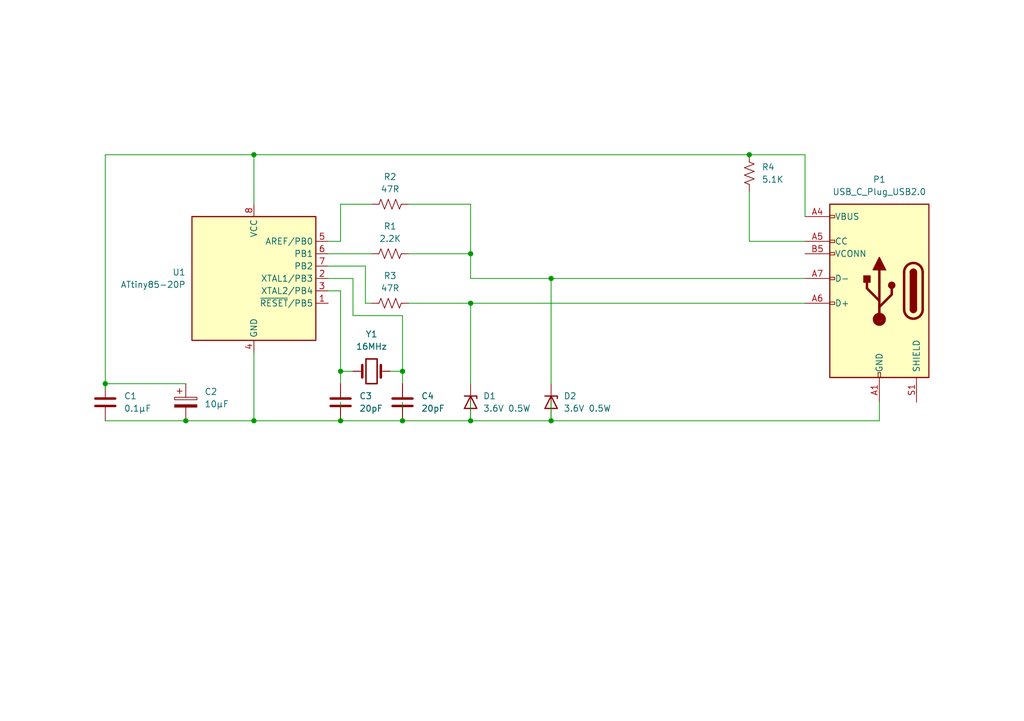
<source format=kicad_sch>
(kicad_sch (version 20230121) (generator eeschema)
  (paper "A5")
  (title_block (title "WorkerMouse") (date "2024-05-27") (rev "1") (company "zbauman3") (comment 1 "WorkerMouse"))
  (lib_symbols
    (symbol "Connector:USB_C_Plug_USB2.0" (pin_names (offset 1.016))
      (property "Reference" "P" (at -10.16 19.05 0))
      (property "Value" "USB_C_Plug_USB2.0" (at 12.7 19.05 0))
      (symbol "USB_C_Plug_USB2.0_0_0"
        (rectangle (start -0.254 -17.78) (end 0.254 -16.764))
        (rectangle (start 10.16 -2.286) (end 9.144 -2.794))
        (rectangle (start 10.16 2.794) (end 9.144 2.286))
        (rectangle (start 10.16 7.874) (end 9.144 7.366))
        (rectangle (start 10.16 10.414) (end 9.144 9.906))
        (rectangle (start 10.16 15.494) (end 9.144 14.986))
      )
      (symbol "USB_C_Plug_USB2.0_0_1"
        (rectangle (start -10.16 17.78) (end 10.16 -17.78) (stroke (width 0.254)) (fill (type background)))
        (arc (start -8.89 -3.81) (mid -6.985 -5.7067) (end -5.08 -3.81) (stroke (width 0.508)))
        (arc (start -7.62 -3.81) (mid -6.985 -4.4423) (end -6.35 -3.81) (stroke (width 0.254)))
        (arc (start -7.62 -3.81) (mid -6.985 -4.4423) (end -6.35 -3.81) (stroke (width 0.254)) (fill (type outline)))
        (rectangle (start -7.62 -3.81) (end -6.35 3.81) (stroke (width 0.254)) (fill (type outline)))
        (arc (start -6.35 3.81) (mid -6.985 4.4423) (end -7.62 3.81) (stroke (width 0.254)))
        (arc (start -6.35 3.81) (mid -6.985 4.4423) (end -7.62 3.81) (stroke (width 0.254)) (fill (type outline)))
        (arc (start -5.08 3.81) (mid -6.985 5.7067) (end -8.89 3.81) (stroke (width 0.508)))
        (circle (center -2.54 1.143) (radius 0.635) (stroke (width 0.254)) (fill (type outline)))
        (circle (center 0 -5.842) (radius 1.27) (fill (type outline)))
        (polyline (pts (xy -8.89 -3.81) (xy -8.89 3.81)) (stroke (width 0.508)))
        (polyline (pts (xy -5.08 3.81) (xy -5.08 -3.81)) (stroke (width 0.508)))
        (polyline (pts (xy 0 -5.842) (xy 0 4.318)) (stroke (width 0.508)))
        (polyline (pts (xy 0 -3.302) (xy -2.54 -0.762) (xy -2.54 0.508)) (stroke (width 0.508)))
        (polyline (pts (xy 0 -2.032) (xy 2.54 0.508) (xy 2.54 1.778)) (stroke (width 0.508)))
        (polyline (pts (xy -1.27 4.318) (xy 0 6.858) (xy 1.27 4.318) (xy -1.27 4.318)) (stroke (width 0.254)) (fill (type outline)))
        (rectangle (start 1.905 1.778) (end 3.175 3.048) (stroke (width 0.254)) (fill (type outline)))
      )
      (symbol "USB_C_Plug_USB2.0_1_1"
        (pin passive line (at 0 -22.86 90) (length 5.08) (name "GND") (number "A1"))
        (pin passive line (at 0 -22.86 90) (length 5.08) hide (name "GND") (number "A12"))
        (pin passive line (at 15.24 15.24 180) (length 5.08) (name "VBUS") (number "A4"))
        (pin bidirectional line (at 15.24 10.16 180) (length 5.08) (name "CC") (number "A5"))
        (pin bidirectional line (at 15.24 -2.54 180) (length 5.08) (name "D+") (number "A6"))
        (pin bidirectional line (at 15.24 2.54 180) (length 5.08) (name "D-") (number "A7"))
        (pin passive line (at 15.24 15.24 180) (length 5.08) hide (name "VBUS") (number "A9"))
        (pin passive line (at 0 -22.86 90) (length 5.08) hide (name "GND") (number "B1"))
        (pin passive line (at 0 -22.86 90) (length 5.08) hide (name "GND") (number "B12"))
        (pin passive line (at 15.24 15.24 180) (length 5.08) hide (name "VBUS") (number "B4"))
        (pin bidirectional line (at 15.24 7.62 180) (length 5.08) (name "VCONN") (number "B5"))
        (pin passive line (at 15.24 15.24 180) (length 5.08) hide (name "VBUS") (number "B9"))
        (pin passive line (at -7.62 -22.86 90) (length 5.08) (name "SHIELD") (number "S1"))
      )
    )
    (symbol "Device:C" (pin_numbers hide) (pin_names (offset 0.254))
      (property "Reference" "C" (at 0.635 2.54 0))
      (property "Value" "C" (at 0.635 -2.54 0))
      (symbol "C_0_1"
        (polyline (pts (xy -2.032 -0.762) (xy 2.032 -0.762)) (stroke (width 0.508)))
        (polyline (pts (xy -2.032 0.762) (xy 2.032 0.762)) (stroke (width 0.508)))
      )
      (symbol "C_1_1"
        (pin passive line (at 0 3.81 270) (length 2.794) (name "~") (number "1"))
        (pin passive line (at 0 -3.81 90) (length 2.794) (name "~") (number "2"))
      )
    )
    (symbol "Device:C_Polarized" (pin_numbers hide) (pin_names (offset 0.254))
      (property "Reference" "C" (at 0.635 2.54 0))
      (property "Value" "C_Polarized" (at 0.635 -2.54 0))
      (symbol "C_Polarized_0_1"
        (rectangle (start -2.286 0.508) (end 2.286 1.016))
        (polyline (pts (xy -1.778 2.286) (xy -0.762 2.286)))
        (polyline (pts (xy -1.27 2.794) (xy -1.27 1.778)))
        (rectangle (start 2.286 -0.508) (end -2.286 -1.016) (fill (type outline)))
      )
      (symbol "C_Polarized_1_1"
        (pin passive line (at 0 3.81 270) (length 2.794) (name "~") (number "1"))
        (pin passive line (at 0 -3.81 90) (length 2.794) (name "~") (number "2"))
      )
    )
    (symbol "Device:Crystal" (pin_numbers hide) (pin_names (offset 1.016) hide)
      (property "Reference" "Y" (at 0 3.81 0))
      (property "Value" "Crystal" (at 0 -3.81 0))
      (symbol "Crystal_0_1"
        (rectangle (start -1.143 2.54) (end 1.143 -2.54) (stroke (width 0.3048)))
        (polyline (pts (xy -2.54 0) (xy -1.905 0)))
        (polyline (pts (xy -1.905 -1.27) (xy -1.905 1.27)) (stroke (width 0.508)))
        (polyline (pts (xy 1.905 -1.27) (xy 1.905 1.27)) (stroke (width 0.508)))
        (polyline (pts (xy 2.54 0) (xy 1.905 0)))
      )
      (symbol "Crystal_1_1"
        (pin passive line (at -3.81 0 0) (length 1.27) (name "1") (number "1"))
        (pin passive line (at 3.81 0 180) (length 1.27) (name "2") (number "2"))
      )
    )
    (symbol "Device:D_Zener" (pin_numbers hide) (pin_names (offset 1.016) hide)
      (property "Reference" "D" (at 0 2.54 0))
      (property "Value" "D_Zener" (at 0 -2.54 0))
      (symbol "D_Zener_0_1"
        (polyline (pts (xy 1.27 0) (xy -1.27 0)))
        (polyline (pts (xy -1.27 -1.27) (xy -1.27 1.27) (xy -0.762 1.27)) (stroke (width 0.254)))
        (polyline (pts (xy 1.27 -1.27) (xy 1.27 1.27) (xy -1.27 0) (xy 1.27 -1.27)) (stroke (width 0.254)))
      )
      (symbol "D_Zener_1_1"
        (pin passive line (at -3.81 0 0) (length 2.54) (name "K") (number "1"))
        (pin passive line (at 3.81 0 180) (length 2.54) (name "A") (number "2"))
      )
    )
    (symbol "Device:R_US" (pin_numbers hide) (pin_names (offset 0))
      (property "Reference" "R" (at 2.54 0 90))
      (property "Value" "R_US" (at -2.54 0 90))
      (symbol "R_US_0_1"
        (polyline (pts (xy 0 -2.286) (xy 0 -2.54)))
        (polyline (pts (xy 0 2.286) (xy 0 2.54)))
        (polyline (pts (xy 0 -0.762) (xy 1.016 -1.143) (xy 0 -1.524) (xy -1.016 -1.905) (xy 0 -2.286)))
        (polyline (pts (xy 0 0.762) (xy 1.016 0.381) (xy 0 0) (xy -1.016 -0.381) (xy 0 -0.762)))
        (polyline (pts (xy 0 2.286) (xy 1.016 1.905) (xy 0 1.524) (xy -1.016 1.143) (xy 0 0.762)))
      )
      (symbol "R_US_1_1"
        (pin passive line (at 0 3.81 270) (length 1.27) (name "~") (number "1"))
        (pin passive line (at 0 -3.81 90) (length 1.27) (name "~") (number "2"))
      )
    )
    (symbol "MCU_Microchip_ATtiny:ATtiny85-20P"
      (property "Reference" "U" (at -12.7 13.97 0))
      (property "Value" "ATtiny85-20P" (at 2.54 -13.97 0))
      (symbol "ATtiny85-20P_0_1"
        (rectangle (start -12.7 -12.7) (end 12.7 12.7) (stroke (width 0.254)) (fill (type background)))
      )
      (symbol "ATtiny85-20P_1_1"
        (pin bidirectional line (at 15.24 -5.08 180) (length 2.54) (name "~{RESET}/PB5") (number "1"))
        (pin bidirectional line (at 15.24 0 180) (length 2.54) (name "XTAL1/PB3") (number "2"))
        (pin bidirectional line (at 15.24 -2.54 180) (length 2.54) (name "XTAL2/PB4") (number "3"))
        (pin power_in line (at 0 -15.24 90) (length 2.54) (name "GND") (number "4"))
        (pin bidirectional line (at 15.24 7.62 180) (length 2.54) (name "AREF/PB0") (number "5"))
        (pin bidirectional line (at 15.24 5.08 180) (length 2.54) (name "PB1") (number "6"))
        (pin bidirectional line (at 15.24 2.54 180) (length 2.54) (name "PB2") (number "7"))
        (pin power_in line (at 0 15.24 270) (length 2.54) (name "VCC") (number "8"))
      )
    )
  )
  (junction (at 113.03 86.36))
  (junction (at 52.07 86.36))
  (junction (at 82.55 86.36))
  (junction (at 82.55 76.2))
  (junction (at 21.59 78.74))
  (junction (at 38.1 86.36))
  (junction (at 69.85 86.36))
  (junction (at 113.03 57.15))
  (junction (at 52.07 31.75))
  (junction (at 153.67 31.75))
  (junction (at 69.85 76.2))
  (junction (at 96.52 86.36))
  (junction (at 96.52 62.23))
  (junction (at 96.52 52.07))
  (wire (pts (xy 21.59 78.74) (xy 21.59 31.75)))
  (wire (pts (xy 69.85 86.36) (xy 69.85 82.55)))
  (wire (pts (xy 21.59 80.01) (xy 21.59 78.74)))
  (wire (pts (xy 72.39 76.2) (xy 69.85 76.2)))
  (wire (pts (xy 74.93 62.23) (xy 76.2 62.23)))
  (wire (pts (xy 52.07 31.75) (xy 153.67 31.75)))
  (wire (pts (xy 52.07 72.39) (xy 52.07 86.36)))
  (wire (pts (xy 82.55 86.36) (xy 69.85 86.36)))
  (wire (pts (xy 69.85 86.36) (xy 52.07 86.36)))
  (wire (pts (xy 69.85 41.91) (xy 69.85 49.53)))
  (wire (pts (xy 83.82 52.07) (xy 96.52 52.07)))
  (wire (pts (xy 69.85 49.53) (xy 67.31 49.53)))
  (wire (pts (xy 67.31 52.07) (xy 76.2 52.07)))
  (wire (pts (xy 80.01 76.2) (xy 82.55 76.2)))
  (wire (pts (xy 96.52 62.23) (xy 96.52 78.74)))
  (wire (pts (xy 21.59 31.75) (xy 52.07 31.75)))
  (wire (pts (xy 83.82 41.91) (xy 96.52 41.91)))
  (wire (pts (xy 52.07 31.75) (xy 52.07 41.91)))
  (wire (pts (xy 74.93 62.23) (xy 74.93 54.61)))
  (wire (pts (xy 96.52 52.07) (xy 96.52 41.91)))
  (wire (pts (xy 74.93 54.61) (xy 67.31 54.61)))
  (wire (pts (xy 153.67 31.75) (xy 165.1 31.75)))
  (wire (pts (xy 96.52 62.23) (xy 165.1 62.23)))
  (wire (pts (xy 38.1 86.36) (xy 52.07 86.36)))
  (wire (pts (xy 72.39 57.15) (xy 67.31 57.15)))
  (wire (pts (xy 153.67 49.53) (xy 165.1 49.53)))
  (wire (pts (xy 96.52 57.15) (xy 96.52 52.07)))
  (wire (pts (xy 153.67 39.37) (xy 153.67 49.53)))
  (wire (pts (xy 165.1 31.75) (xy 165.1 44.45)))
  (wire (pts (xy 113.03 86.36) (xy 113.03 82.55)))
  (wire (pts (xy 82.55 76.2) (xy 82.55 78.74)))
  (wire (pts (xy 82.55 86.36) (xy 96.52 86.36)))
  (wire (pts (xy 76.2 41.91) (xy 69.85 41.91)))
  (wire (pts (xy 82.55 76.2) (xy 82.55 64.77)))
  (wire (pts (xy 180.34 86.36) (xy 180.34 82.55)))
  (wire (pts (xy 82.55 64.77) (xy 72.39 64.77)))
  (wire (pts (xy 113.03 57.15) (xy 96.52 57.15)))
  (wire (pts (xy 83.82 62.23) (xy 96.52 62.23)))
  (wire (pts (xy 113.03 57.15) (xy 113.03 78.74)))
  (wire (pts (xy 69.85 59.69) (xy 67.31 59.69)))
  (wire (pts (xy 113.03 57.15) (xy 165.1 57.15)))
  (wire (pts (xy 96.52 86.36) (xy 96.52 82.55)))
  (wire (pts (xy 113.03 86.36) (xy 180.34 86.36)))
  (wire (pts (xy 96.52 86.36) (xy 113.03 86.36)))
  (wire (pts (xy 21.59 86.36) (xy 38.1 86.36)))
  (wire (pts (xy 21.59 78.74) (xy 38.1 78.74)))
  (wire (pts (xy 69.85 76.2) (xy 69.85 78.74)))
  (wire (pts (xy 72.39 64.77) (xy 72.39 57.15)))
  (wire (pts (xy 69.85 59.69) (xy 69.85 76.2)))
  (wire (pts (xy 82.55 86.36) (xy 82.55 82.55)))
  (symbol (lib_id "Device:C") (at 21.59 82.55 0) (unit 1)
    (property "Reference" "C1" (at 25.4 81.28 0) (effects (justify left)))
    (property "Value" "0.1µF" (at 25.4 83.82 0) (effects (justify left)))
  )
  (symbol (lib_id "Device:Crystal") (at 76.2 76.2 0) (unit 1)
    (property "Reference" "Y1" (at 76.2 68.58 0))
    (property "Value" "16MHz" (at 76.2 71.12 0))
  )
  (symbol (lib_id "Device:R_US") (at 153.67 35.56 0) (unit 1)
    (property "Reference" "R4" (at 156.21 34.29 0) (effects (justify left)))
    (property "Value" "5.1K" (at 156.21 36.83 0) (effects (justify left)))
  )
  (symbol (lib_id "MCU_Microchip_ATtiny:ATtiny85-20P") (at 52.07 57.15 0) (unit 1)
    (property "Reference" "U1" (at 38.1 55.88 0) (effects (justify right)))
    (property "Value" "ATtiny85-20P" (at 38.1 58.42 0) (effects (justify right)))
    (property "Footprint" "Package_DIP:DIP-8_W7.62mm" (effects hide))
    (property "Datasheet" "http://ww1.microchip.com/downloads/en/DeviceDoc/atmel-2586-avr-8-bit-microcontroller-attiny25-attiny45-attiny85_datasheet.pdf" (effects hide))
  )
  (symbol (lib_id "Connector:USB_C_Plug_USB2.0") (at 180.34 59.69 0) (mirror y) (unit 1)
    (property "Reference" "P1" (at 180.34 36.83 0))
    (property "Value" "USB_C_Plug_USB2.0" (at 180.34 39.37 0))
    (property "Datasheet" "https://www.usb.org/sites/default/files/documents/usb_type-c.zip" (effects hide))
  )
  (symbol (lib_id "Device:R_US") (at 80.01 41.91 270) (unit 1)
    (property "Reference" "R2" (at 80.01 35.56 90) (effects (justify top)))
    (property "Value" "47R" (at 80.01 38.1 90) (effects (justify top)))
  )
  (symbol (lib_id "Device:D_Zener") (at 113.03 82.55 270) (unit 1)
    (property "Reference" "D2" (at 115.57 81.28 90) (effects (justify left)))
    (property "Value" "3.6V 0.5W" (at 115.57 83.82 90) (effects (justify left)))
    (property "Part Number" "1N5227B" (effects hide))
  )
  (symbol (lib_id "Device:D_Zener") (at 96.52 82.55 270) (unit 1)
    (property "Reference" "D1" (at 99.06 81.28 90) (effects (justify left)))
    (property "Value" "3.6V 0.5W" (at 99.06 83.82 90) (effects (justify left)))
    (property "Part Number" "1N5227B" (effects hide))
  )
  (symbol (lib_id "Device:C") (at 69.85 82.55 0) (unit 1)
    (property "Reference" "C3" (at 73.66 81.28 0) (effects (justify left)))
    (property "Value" "20pF" (at 73.66 83.82 0) (effects (justify left)))
  )
  (symbol (lib_id "Device:R_US") (at 80.01 52.07 270) (unit 1)
    (property "Reference" "R1" (at 80.01 45.72 90) (effects (justify top)))
    (property "Value" "2.2K" (at 80.01 48.26 90) (effects (justify top)))
  )
  (symbol (lib_id "Device:C_Polarized") (at 38.1 82.55 0) (unit 1)
    (property "Reference" "C2" (at 41.91 80.391 0) (effects (justify left)))
    (property "Value" "10µF" (at 41.91 82.931 0) (effects (justify left)))
  )
  (symbol (lib_id "Device:C") (at 82.55 82.55 0) (unit 1)
    (property "Reference" "C4" (at 86.36 81.28 0) (effects (justify left)))
    (property "Value" "20pF" (at 86.36 83.82 0) (effects (justify left)))
  )
  (symbol (lib_id "Device:R_US") (at 80.01 62.23 270) (unit 1)
    (property "Reference" "R3" (at 80.01 55.88 90) (effects (justify top)))
    (property "Value" "47R" (at 80.01 58.42 90) (effects (justify top)))
  )
)
</source>
